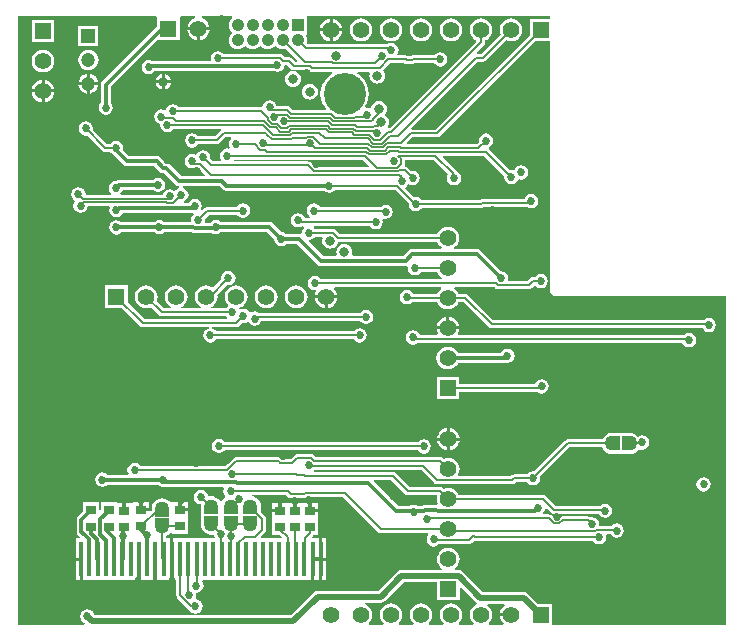
<source format=gbl>
G04 Layer_Physical_Order=2*
G04 Layer_Color=16711680*
%FSLAX25Y25*%
%MOIN*%
G70*
G01*
G75*
%ADD10R,0.03347X0.03150*%
%ADD32C,0.00600*%
%ADD33C,0.01200*%
%ADD34C,0.01400*%
%ADD35C,0.02000*%
%ADD37C,0.14000*%
%ADD38C,0.03300*%
%ADD39C,0.05500*%
%ADD40R,0.05500X0.05500*%
%ADD41C,0.04724*%
%ADD42R,0.04724X0.04724*%
%ADD43R,0.05500X0.05500*%
%ADD44C,0.04100*%
%ADD45R,0.04100X0.04100*%
%ADD46C,0.02700*%
%ADD47C,0.03000*%
%ADD48C,0.05000*%
%ADD49R,0.01575X0.11811*%
%ADD50R,0.05000X0.02500*%
%ADD51R,0.02500X0.05000*%
G36*
X73524Y204305D02*
X73225Y204075D01*
X72736Y203438D01*
X72429Y202696D01*
X72324Y201900D01*
X72429Y201104D01*
X72736Y200362D01*
X73225Y199725D01*
X73322Y199650D01*
Y199150D01*
X73225Y199075D01*
X72736Y198438D01*
X72429Y197696D01*
X72324Y196900D01*
X72429Y196104D01*
X72736Y195362D01*
X73225Y194725D01*
X73862Y194236D01*
X74604Y193929D01*
X75400Y193824D01*
X76196Y193929D01*
X76938Y194236D01*
X77575Y194725D01*
X77650Y194822D01*
X78150D01*
X78225Y194725D01*
X78862Y194236D01*
X79604Y193929D01*
X80400Y193824D01*
X81196Y193929D01*
X81938Y194236D01*
X82575Y194725D01*
X82650Y194822D01*
X83150D01*
X83225Y194725D01*
X83862Y194236D01*
X84604Y193929D01*
X85400Y193824D01*
X86196Y193929D01*
X86938Y194236D01*
X87575Y194725D01*
X87650Y194822D01*
X88150D01*
X88225Y194725D01*
X88862Y194236D01*
X89604Y193929D01*
X90400Y193824D01*
X91196Y193929D01*
X91409Y194017D01*
X95288Y190137D01*
X95097Y189675D01*
X94601D01*
X93439Y190837D01*
X93009Y191125D01*
X92502Y191226D01*
X91152D01*
X90490Y191887D01*
X90060Y192175D01*
X89553Y192276D01*
X70607D01*
X70394Y192594D01*
X69617Y193114D01*
X68700Y193296D01*
X67783Y193114D01*
X67006Y192594D01*
X66486Y191817D01*
X66304Y190900D01*
X66409Y190370D01*
X66092Y189983D01*
X46962D01*
X46617Y190214D01*
X45700Y190396D01*
X44783Y190214D01*
X44006Y189694D01*
X43486Y188917D01*
X43304Y188000D01*
X43486Y187083D01*
X44006Y186306D01*
X44783Y185786D01*
X45700Y185604D01*
X46617Y185786D01*
X47394Y186306D01*
X47535Y186517D01*
X87659D01*
X87704Y186486D01*
X88621Y186304D01*
X89538Y186486D01*
X90315Y187006D01*
X90834Y187783D01*
X90992Y188575D01*
X91953D01*
X93115Y187413D01*
X93545Y187125D01*
X93835Y187068D01*
X93773Y186573D01*
X93642Y186556D01*
X93081Y186482D01*
X92437Y186215D01*
X91883Y185790D01*
X91458Y185236D01*
X91191Y184592D01*
X91100Y183900D01*
X91191Y183208D01*
X91458Y182564D01*
X91883Y182010D01*
X92437Y181585D01*
X93081Y181318D01*
X93773Y181227D01*
X94465Y181318D01*
X95110Y181585D01*
X95663Y182010D01*
X96088Y182564D01*
X96355Y183208D01*
X96446Y183900D01*
X96355Y184592D01*
X96088Y185236D01*
X95663Y185790D01*
X95110Y186215D01*
X94465Y186482D01*
X94268Y186508D01*
X94140Y186524D01*
X94173Y187024D01*
X94326Y187024D01*
X98783D01*
X99145Y186663D01*
X99575Y186375D01*
X100082Y186275D01*
X106693D01*
X106814Y185790D01*
X106534Y185640D01*
X105316Y184640D01*
X104316Y183422D01*
X103573Y182032D01*
X103116Y180524D01*
X102961Y178956D01*
X103116Y177388D01*
X103573Y175880D01*
X104316Y174490D01*
X104655Y174077D01*
X104441Y173626D01*
X93849D01*
X92837Y174637D01*
X92407Y174925D01*
X91900Y175025D01*
X88292D01*
X88214Y175417D01*
X87694Y176194D01*
X86917Y176714D01*
X86000Y176896D01*
X85083Y176714D01*
X84306Y176194D01*
X83786Y175417D01*
X83694Y174952D01*
X83273Y174525D01*
X55741D01*
X55494Y174894D01*
X54717Y175414D01*
X53800Y175596D01*
X52883Y175414D01*
X52106Y174894D01*
X51586Y174117D01*
X51495Y173660D01*
X51034Y173469D01*
X50817Y173614D01*
X49900Y173796D01*
X48983Y173614D01*
X48206Y173094D01*
X47686Y172317D01*
X47504Y171400D01*
X47686Y170483D01*
X48206Y169706D01*
X48983Y169186D01*
X49588Y169066D01*
X49504Y168645D01*
X49686Y167728D01*
X50206Y166951D01*
X50983Y166431D01*
X51900Y166249D01*
X52817Y166431D01*
X53594Y166951D01*
X53841Y167319D01*
X69752D01*
X69903Y166819D01*
X69781Y166737D01*
X67869Y164825D01*
X62141D01*
X61894Y165194D01*
X61117Y165714D01*
X60200Y165896D01*
X59283Y165714D01*
X58506Y165194D01*
X57986Y164417D01*
X57804Y163500D01*
X57986Y162583D01*
X58506Y161806D01*
X59283Y161286D01*
X60200Y161104D01*
X61117Y161286D01*
X61894Y161806D01*
X62141Y162174D01*
X68418D01*
X68925Y162275D01*
X69355Y162563D01*
X71267Y164474D01*
X73074D01*
X73226Y163974D01*
X73106Y163894D01*
X72586Y163117D01*
X72404Y162200D01*
X72586Y161283D01*
X72689Y161129D01*
X72389Y160679D01*
X71800Y160796D01*
X70883Y160614D01*
X70106Y160094D01*
X69586Y159317D01*
X69404Y158400D01*
X69586Y157483D01*
X69892Y157026D01*
X69625Y156526D01*
X67049D01*
X66210Y157365D01*
X66296Y157800D01*
X66114Y158717D01*
X65594Y159494D01*
X64817Y160014D01*
X63900Y160196D01*
X62983Y160014D01*
X62206Y159494D01*
X61802Y158890D01*
X61209Y158685D01*
X61017Y158814D01*
X60100Y158996D01*
X59183Y158814D01*
X58406Y158294D01*
X57886Y157517D01*
X57704Y156600D01*
X57886Y155683D01*
X58406Y154906D01*
X59183Y154386D01*
X60100Y154204D01*
X60878Y154359D01*
X61050Y154324D01*
X62183D01*
X64412Y152095D01*
X64221Y151633D01*
X56618D01*
X52676Y155576D01*
X52113Y155951D01*
X51450Y156083D01*
X51320D01*
X49578Y157826D01*
X49016Y158201D01*
X48352Y158333D01*
X39218D01*
X37172Y160379D01*
X37296Y161000D01*
X37114Y161917D01*
X36594Y162694D01*
X35817Y163214D01*
X34900Y163396D01*
X33983Y163214D01*
X33206Y162694D01*
X32959Y162326D01*
X31749D01*
X27009Y167065D01*
X27096Y167500D01*
X26914Y168417D01*
X26394Y169194D01*
X25617Y169714D01*
X24700Y169896D01*
X23783Y169714D01*
X23006Y169194D01*
X22486Y168417D01*
X22304Y167500D01*
X22486Y166583D01*
X23006Y165806D01*
X23783Y165286D01*
X24700Y165104D01*
X25135Y165190D01*
X30263Y160063D01*
X30693Y159775D01*
X31200Y159675D01*
X32959D01*
X33206Y159306D01*
X33652Y159007D01*
X33674Y158974D01*
X37274Y155374D01*
X37837Y154999D01*
X38500Y154867D01*
X47634D01*
X49377Y153124D01*
X49939Y152749D01*
X50602Y152617D01*
X50732D01*
X54674Y148674D01*
X55237Y148299D01*
X55900Y148167D01*
X55901D01*
X55950Y147667D01*
X55683Y147614D01*
X54906Y147094D01*
X54727Y146827D01*
X54055Y146721D01*
X53617Y147014D01*
X52700Y147196D01*
X51783Y147014D01*
X51006Y146494D01*
X50486Y145717D01*
X50428Y145425D01*
X36426D01*
X36274Y145925D01*
X36394Y146006D01*
X36914Y146783D01*
X36970Y147069D01*
X47064D01*
X47106Y147006D01*
X47883Y146486D01*
X48800Y146304D01*
X49717Y146486D01*
X50494Y147006D01*
X51014Y147783D01*
X51196Y148700D01*
X51014Y149617D01*
X50494Y150394D01*
X49717Y150914D01*
X48800Y151096D01*
X47883Y150914D01*
X47106Y150394D01*
X47064Y150331D01*
X35700D01*
X35076Y150207D01*
X34861Y150064D01*
X34700Y150096D01*
X33783Y149914D01*
X33006Y149394D01*
X32486Y148617D01*
X32304Y147700D01*
X32486Y146783D01*
X33006Y146006D01*
X33126Y145925D01*
X32974Y145425D01*
X24757D01*
X24696Y145500D01*
X24514Y146417D01*
X23994Y147194D01*
X23217Y147714D01*
X22300Y147896D01*
X21383Y147714D01*
X20606Y147194D01*
X20086Y146417D01*
X19904Y145500D01*
X20086Y144583D01*
X20606Y143806D01*
X21280Y143355D01*
X20786Y142617D01*
X20604Y141700D01*
X20786Y140783D01*
X21306Y140006D01*
X22083Y139486D01*
X23000Y139304D01*
X23917Y139486D01*
X24694Y140006D01*
X25214Y140783D01*
X25371Y141575D01*
X32462D01*
X32664Y141197D01*
X32678Y141075D01*
X32504Y140200D01*
X32686Y139283D01*
X33206Y138506D01*
X33983Y137986D01*
X34900Y137804D01*
X35817Y137986D01*
X36594Y138506D01*
X37069Y139217D01*
X60358D01*
X60445Y139234D01*
X60640Y138763D01*
X60388Y138594D01*
X59868Y137817D01*
X59686Y136900D01*
X59722Y136720D01*
X59405Y136333D01*
X50936D01*
X50217Y136814D01*
X49300Y136996D01*
X48383Y136814D01*
X47664Y136333D01*
X36386D01*
X35817Y136714D01*
X34900Y136896D01*
X33983Y136714D01*
X33206Y136194D01*
X32686Y135417D01*
X32504Y134500D01*
X32686Y133583D01*
X33206Y132806D01*
X33983Y132286D01*
X34900Y132104D01*
X35817Y132286D01*
X36594Y132806D01*
X36635Y132867D01*
X47664D01*
X48383Y132386D01*
X49300Y132204D01*
X50217Y132386D01*
X50936Y132867D01*
X59995D01*
X60321Y132649D01*
X60984Y132517D01*
X66888D01*
X67083Y132386D01*
X68000Y132204D01*
X68917Y132386D01*
X69636Y132867D01*
X85182D01*
X87518Y130531D01*
X87686Y129683D01*
X88206Y128906D01*
X88983Y128386D01*
X89900Y128204D01*
X90817Y128386D01*
X91536Y128867D01*
X95138D01*
X101874Y122130D01*
X102437Y121755D01*
X103100Y121623D01*
X131356D01*
X131649Y121681D01*
X132075Y121256D01*
X132004Y120900D01*
X132186Y119983D01*
X132706Y119206D01*
X133483Y118686D01*
X134400Y118504D01*
X135317Y118686D01*
X136094Y119206D01*
X136407Y119675D01*
X141890D01*
X142124Y119109D01*
X142726Y118325D01*
X143509Y117724D01*
X143627Y117675D01*
X143527Y117175D01*
X103091D01*
X102744Y117694D01*
X101967Y118214D01*
X101050Y118396D01*
X100133Y118214D01*
X99356Y117694D01*
X98836Y116917D01*
X98654Y116000D01*
X98836Y115083D01*
X99356Y114306D01*
X100133Y113786D01*
X101050Y113604D01*
X101267Y113647D01*
X101443Y113472D01*
X101587Y113201D01*
X101247Y112379D01*
X101183Y111900D01*
X108616D01*
X108554Y112379D01*
X108176Y113291D01*
X107613Y114024D01*
X107705Y114459D01*
X107727Y114524D01*
X143012D01*
X143182Y114024D01*
X142726Y113674D01*
X142124Y112891D01*
X141890Y112326D01*
X133941D01*
X133494Y112994D01*
X132717Y113514D01*
X131800Y113696D01*
X130883Y113514D01*
X130106Y112994D01*
X129586Y112217D01*
X129404Y111300D01*
X129586Y110383D01*
X130106Y109606D01*
X130883Y109086D01*
X131800Y108904D01*
X132717Y109086D01*
X133494Y109606D01*
X133540Y109675D01*
X141890D01*
X142124Y109109D01*
X142726Y108326D01*
X143509Y107724D01*
X144421Y107346D01*
X145400Y107218D01*
X146379Y107346D01*
X147291Y107724D01*
X148074Y108326D01*
X148676Y109109D01*
X148910Y109675D01*
X150651D01*
X159063Y101263D01*
X159493Y100975D01*
X160000Y100874D01*
X230326D01*
X230706Y100306D01*
X231483Y99786D01*
X232400Y99604D01*
X233317Y99786D01*
X234094Y100306D01*
X234614Y101083D01*
X234796Y102000D01*
X234614Y102917D01*
X234094Y103694D01*
X233317Y104214D01*
X232400Y104396D01*
X231483Y104214D01*
X230706Y103694D01*
X230593Y103525D01*
X160549D01*
X152137Y111937D01*
X151707Y112225D01*
X151200Y112326D01*
X148910D01*
X148676Y112891D01*
X148074Y113674D01*
X147618Y114024D01*
X147788Y114524D01*
X160983D01*
X161195Y114313D01*
X161625Y114025D01*
X162132Y113925D01*
X172450D01*
X172957Y114025D01*
X173387Y114313D01*
X174072Y114997D01*
X174706Y114948D01*
X175483Y114429D01*
X176400Y114246D01*
X177317Y114429D01*
X178094Y114948D01*
X178614Y115726D01*
X178796Y116642D01*
X178614Y117559D01*
X178094Y118337D01*
X177317Y118856D01*
X176400Y119039D01*
X175483Y118856D01*
X174706Y118337D01*
X174459Y117968D01*
X173843D01*
X173335Y117867D01*
X172905Y117580D01*
X171901Y116576D01*
X165822D01*
X165412Y117076D01*
X165496Y117500D01*
X165314Y118417D01*
X164794Y119194D01*
X164017Y119714D01*
X163169Y119882D01*
X156226Y126826D01*
X155663Y127201D01*
X155000Y127333D01*
X147603D01*
X147433Y127833D01*
X148074Y128325D01*
X148676Y129109D01*
X149054Y130021D01*
X149182Y131000D01*
X149054Y131979D01*
X148676Y132891D01*
X148074Y133675D01*
X147291Y134276D01*
X146379Y134653D01*
X145400Y134782D01*
X144421Y134653D01*
X143509Y134276D01*
X142726Y133675D01*
X142124Y132891D01*
X141890Y132325D01*
X109455D01*
X108194Y133587D01*
X107764Y133875D01*
X107256Y133976D01*
X101074D01*
X100807Y134374D01*
X100850Y134589D01*
X100937Y134874D01*
X119459D01*
X119706Y134506D01*
X120483Y133986D01*
X121400Y133804D01*
X122317Y133986D01*
X123094Y134506D01*
X123614Y135283D01*
X123796Y136200D01*
X123630Y137033D01*
X123831Y137302D01*
X123996Y137444D01*
X124700Y137304D01*
X125617Y137486D01*
X126394Y138006D01*
X126914Y138783D01*
X127096Y139700D01*
X126914Y140617D01*
X126394Y141394D01*
X125617Y141914D01*
X124700Y142096D01*
X123783Y141914D01*
X123052Y141426D01*
X102641D01*
X102394Y141794D01*
X101617Y142314D01*
X100700Y142496D01*
X99783Y142314D01*
X99006Y141794D01*
X98486Y141017D01*
X98304Y140100D01*
X98486Y139183D01*
X99006Y138406D01*
X99575Y138025D01*
X99423Y137525D01*
X97772D01*
X97714Y137817D01*
X97194Y138594D01*
X96417Y139114D01*
X95500Y139296D01*
X94583Y139114D01*
X93806Y138594D01*
X93286Y137817D01*
X93104Y136900D01*
X93286Y135983D01*
X93806Y135206D01*
X94583Y134686D01*
X95500Y134504D01*
X96417Y134686D01*
X96699Y134874D01*
X97263D01*
X97350Y134589D01*
X97393Y134374D01*
X96886Y133617D01*
X96704Y132700D01*
X96719Y132623D01*
X96284Y132248D01*
X95856Y132333D01*
X91536D01*
X90817Y132814D01*
X89969Y132982D01*
X87126Y135826D01*
X86563Y136201D01*
X85900Y136333D01*
X69636D01*
X68917Y136814D01*
X68000Y136996D01*
X67083Y136814D01*
X66306Y136294D01*
X66098Y135983D01*
X64690D01*
X64373Y136370D01*
X64478Y136900D01*
X64391Y137335D01*
X65831Y138775D01*
X75259D01*
X75506Y138406D01*
X76283Y137886D01*
X77200Y137704D01*
X78117Y137886D01*
X78894Y138406D01*
X79414Y139183D01*
X79596Y140100D01*
X79414Y141017D01*
X78894Y141794D01*
X78117Y142314D01*
X77200Y142496D01*
X76283Y142314D01*
X75506Y141794D01*
X75259Y141426D01*
X65282D01*
X64775Y141325D01*
X64345Y141037D01*
X63541Y140234D01*
X63153Y140552D01*
X63277Y140738D01*
X63459Y141655D01*
X63277Y142572D01*
X62758Y143350D01*
X61980Y143869D01*
X61063Y144051D01*
X60146Y143869D01*
X59369Y143350D01*
X58924Y142683D01*
X57551D01*
X57502Y143183D01*
X57517Y143186D01*
X58294Y143706D01*
X58814Y144483D01*
X58996Y145400D01*
X58814Y146317D01*
X58294Y147094D01*
X57517Y147614D01*
X57250Y147667D01*
X57300Y148167D01*
X69382D01*
X70374Y147174D01*
X70937Y146799D01*
X71600Y146667D01*
X104264D01*
X104983Y146186D01*
X105900Y146004D01*
X106817Y146186D01*
X107594Y146706D01*
X107841Y147074D01*
X127781D01*
X132346Y142510D01*
X132304Y142300D01*
X132486Y141383D01*
X133006Y140606D01*
X133783Y140086D01*
X134700Y139904D01*
X135617Y140086D01*
X136394Y140606D01*
X136641Y140974D01*
X156400D01*
X156907Y141075D01*
X157130Y141225D01*
X172076D01*
X172283Y141086D01*
X173200Y140904D01*
X174117Y141086D01*
X174894Y141606D01*
X175414Y142383D01*
X175596Y143300D01*
X175414Y144217D01*
X174894Y144994D01*
X174117Y145514D01*
X173200Y145696D01*
X172283Y145514D01*
X171506Y144994D01*
X170986Y144217D01*
X170918Y143876D01*
X156650D01*
X156143Y143775D01*
X155920Y143625D01*
X136641D01*
X136394Y143994D01*
X135617Y144514D01*
X134700Y144696D01*
X134040Y144565D01*
X131271Y147333D01*
X131334Y147977D01*
X131694Y148217D01*
X132214Y148995D01*
X132293Y149028D01*
X132783Y148700D01*
X133700Y148518D01*
X134617Y148700D01*
X135394Y149219D01*
X135914Y149997D01*
X136096Y150914D01*
X135914Y151831D01*
X135394Y152608D01*
X134617Y153127D01*
X133700Y153310D01*
X133265Y153223D01*
X132045Y154443D01*
X131615Y154730D01*
X131294Y154794D01*
X131043Y155127D01*
X130997Y155331D01*
X131076Y155724D01*
Y157124D01*
X140751D01*
X145556Y152320D01*
X145286Y151917D01*
X145104Y151000D01*
X145286Y150083D01*
X145806Y149306D01*
X146583Y148786D01*
X147500Y148604D01*
X148417Y148786D01*
X149194Y149306D01*
X149714Y150083D01*
X149896Y151000D01*
X149714Y151917D01*
X149194Y152694D01*
X148417Y153214D01*
X148409Y153215D01*
X143662Y157963D01*
X143853Y158424D01*
X157501D01*
X164290Y151635D01*
X164204Y151200D01*
X164386Y150283D01*
X164906Y149506D01*
X165683Y148986D01*
X166600Y148804D01*
X167517Y148986D01*
X168294Y149506D01*
X168723Y150147D01*
X168814Y150283D01*
X169365Y150490D01*
X169800Y150404D01*
X170717Y150586D01*
X171494Y151106D01*
X172014Y151883D01*
X172196Y152800D01*
X172014Y153717D01*
X171494Y154494D01*
X170717Y155014D01*
X169800Y155196D01*
X168883Y155014D01*
X168106Y154494D01*
X167677Y153853D01*
X167586Y153717D01*
X167035Y153509D01*
X166600Y153596D01*
X166165Y153509D01*
X158987Y160687D01*
X158987Y160687D01*
X159004Y160975D01*
X159066Y161236D01*
X159794Y161723D01*
X160314Y162500D01*
X160496Y163417D01*
X160314Y164334D01*
X159794Y165111D01*
X159017Y165631D01*
X158100Y165813D01*
X157183Y165631D01*
X156406Y165111D01*
X155886Y164334D01*
X155704Y163417D01*
X155790Y162982D01*
X155084Y162276D01*
X131997D01*
X131806Y162737D01*
X133543Y164474D01*
X141950D01*
X142457Y164575D01*
X142887Y164863D01*
X174625Y196600D01*
X179461D01*
Y113600D01*
X179616Y112820D01*
X180058Y112158D01*
X180720Y111716D01*
X181500Y111561D01*
X238061D01*
Y2039D01*
X180250D01*
Y9100D01*
X175634D01*
X172292Y12442D01*
X171630Y12884D01*
X170850Y13039D01*
X157107D01*
X150455Y19692D01*
X149793Y20134D01*
X149013Y20289D01*
X147876D01*
X147706Y20789D01*
X148275Y21226D01*
X148876Y22009D01*
X149253Y22921D01*
X149382Y23900D01*
X149253Y24879D01*
X148876Y25791D01*
X148275Y26575D01*
X147491Y27176D01*
X146579Y27553D01*
X145600Y27682D01*
X144621Y27553D01*
X143709Y27176D01*
X142926Y26575D01*
X142324Y25791D01*
X141946Y24879D01*
X141818Y23900D01*
X141946Y22921D01*
X142324Y22009D01*
X142926Y21226D01*
X143494Y20789D01*
X143324Y20289D01*
X129950D01*
X129170Y20134D01*
X128508Y19692D01*
X122255Y13439D01*
X102100D01*
X101320Y13284D01*
X100658Y12842D01*
X93055Y5239D01*
X27745D01*
X27575Y5409D01*
X27514Y5717D01*
X26994Y6494D01*
X26217Y7014D01*
X25300Y7196D01*
X24383Y7014D01*
X23606Y6494D01*
X23086Y5717D01*
X22904Y4800D01*
X23086Y3883D01*
X23606Y3106D01*
X24383Y2586D01*
X24396Y2539D01*
X24013Y2039D01*
X2039D01*
Y204805D01*
X48200D01*
X48550Y204450D01*
X48550Y204305D01*
Y201574D01*
X30246Y183271D01*
X29893Y182741D01*
X29769Y182117D01*
Y176183D01*
X29706Y176141D01*
X29186Y175364D01*
X29004Y174447D01*
X29186Y173530D01*
X29706Y172752D01*
X30483Y172233D01*
X31400Y172051D01*
X32317Y172233D01*
X33094Y172752D01*
X33614Y173530D01*
X33796Y174447D01*
X33614Y175364D01*
X33094Y176141D01*
X33031Y176183D01*
Y181441D01*
X48214Y196624D01*
X48550Y196950D01*
Y196950D01*
X48550Y196950D01*
X56050D01*
Y204305D01*
X56050Y204450D01*
X56400Y204805D01*
X61104D01*
X61204Y204305D01*
X60409Y203976D01*
X59626Y203375D01*
X59024Y202591D01*
X58647Y201679D01*
X58583Y201200D01*
X62300D01*
X66017D01*
X65953Y201679D01*
X65576Y202591D01*
X64974Y203375D01*
X64191Y203976D01*
X63396Y204305D01*
X63496Y204805D01*
X73354D01*
X73524Y204305D01*
D02*
G37*
G36*
X179461Y204100D02*
X172750D01*
Y198475D01*
X141401Y167125D01*
X133507D01*
X133300Y167625D01*
X155399Y189725D01*
X157200D01*
X157707Y189825D01*
X158137Y190113D01*
X164955Y196931D01*
X165521Y196696D01*
X166500Y196568D01*
X167479Y196696D01*
X168391Y197074D01*
X169175Y197676D01*
X169776Y198459D01*
X170153Y199371D01*
X170282Y200350D01*
X170153Y201329D01*
X169776Y202241D01*
X169175Y203025D01*
X168391Y203626D01*
X167479Y204004D01*
X166500Y204132D01*
X165521Y204004D01*
X164609Y203626D01*
X163826Y203025D01*
X163224Y202241D01*
X162847Y201329D01*
X162718Y200350D01*
X162847Y199371D01*
X163081Y198805D01*
X156651Y192376D01*
X155257D01*
X155050Y192876D01*
X157437Y195263D01*
X157725Y195693D01*
X157826Y196200D01*
Y196840D01*
X158391Y197074D01*
X159175Y197676D01*
X159776Y198459D01*
X160153Y199371D01*
X160282Y200350D01*
X160153Y201329D01*
X159776Y202241D01*
X159175Y203025D01*
X158391Y203626D01*
X157479Y204004D01*
X156500Y204132D01*
X155521Y204004D01*
X154609Y203626D01*
X153825Y203025D01*
X153224Y202241D01*
X152847Y201329D01*
X152718Y200350D01*
X152847Y199371D01*
X153224Y198459D01*
X153825Y197676D01*
X154609Y197074D01*
X154739Y197020D01*
X154856Y196431D01*
X126094Y167669D01*
X125585Y167701D01*
X125382Y168121D01*
X125415Y168164D01*
X125682Y168808D01*
X125773Y169500D01*
X125682Y170192D01*
X125415Y170836D01*
X124990Y171390D01*
X124702Y171611D01*
X124468Y171899D01*
X124611Y172283D01*
X124815Y172549D01*
X125082Y173193D01*
X125173Y173885D01*
X125082Y174577D01*
X124815Y175221D01*
X124390Y175775D01*
X123836Y176200D01*
X123192Y176467D01*
X122500Y176558D01*
X121808Y176467D01*
X121164Y176200D01*
X120610Y175775D01*
X120185Y175221D01*
X119918Y174577D01*
X119908Y174496D01*
X119524Y174323D01*
X119380Y174321D01*
X118500Y174496D01*
X118225Y174441D01*
X117895Y174886D01*
X118427Y175880D01*
X118884Y177388D01*
X119039Y178956D01*
X118884Y180524D01*
X118427Y182032D01*
X117684Y183422D01*
X116684Y184640D01*
X115466Y185640D01*
X115186Y185790D01*
X115307Y186275D01*
X119010D01*
X119320Y185879D01*
X119316Y185775D01*
X119227Y185100D01*
X119318Y184408D01*
X119585Y183764D01*
X120010Y183210D01*
X120564Y182785D01*
X121208Y182518D01*
X121900Y182427D01*
X122592Y182518D01*
X123236Y182785D01*
X123790Y183210D01*
X124215Y183764D01*
X124482Y184408D01*
X124573Y185100D01*
X124482Y185792D01*
X124215Y186436D01*
X123858Y186901D01*
X126131Y189174D01*
X130912D01*
X131161Y189008D01*
X131668Y188908D01*
X133532D01*
X134039Y189008D01*
X134288Y189174D01*
X140959D01*
X141206Y188806D01*
X141983Y188286D01*
X142900Y188104D01*
X143817Y188286D01*
X144594Y188806D01*
X145114Y189583D01*
X145296Y190500D01*
X145114Y191417D01*
X144594Y192194D01*
X143817Y192714D01*
X142900Y192896D01*
X141983Y192714D01*
X141206Y192194D01*
X140959Y191825D01*
X133799D01*
X133292Y191725D01*
X133043Y191559D01*
X132157D01*
X131908Y191725D01*
X131401Y191825D01*
X128775D01*
X128508Y192325D01*
X128814Y192783D01*
X128996Y193700D01*
X128814Y194617D01*
X128294Y195394D01*
X127517Y195914D01*
X126995Y196018D01*
X126600Y196096D01*
X126558Y196575D01*
X127479Y196696D01*
X128391Y197074D01*
X129174Y197676D01*
X129776Y198459D01*
X130154Y199371D01*
X130282Y200350D01*
X130154Y201329D01*
X129776Y202241D01*
X129174Y203025D01*
X128391Y203626D01*
X127479Y204004D01*
X126500Y204132D01*
X125521Y204004D01*
X124609Y203626D01*
X123826Y203025D01*
X123224Y202241D01*
X122846Y201329D01*
X122718Y200350D01*
X122846Y199371D01*
X123224Y198459D01*
X123826Y197676D01*
X124609Y197074D01*
X125521Y196696D01*
X126089Y196622D01*
X126500Y196568D01*
X126528Y196082D01*
X125683Y195914D01*
X125177Y195575D01*
X98621D01*
X98310Y195956D01*
X98371Y196104D01*
X98476Y196900D01*
X98371Y197696D01*
X98101Y198350D01*
X98306Y198850D01*
X98450D01*
Y204805D01*
X179461D01*
Y204100D01*
D02*
G37*
G36*
X119265Y154993D02*
X119074Y154531D01*
X101317D01*
X99711Y156137D01*
X99281Y156425D01*
X98774Y156526D01*
X74446D01*
X74163Y157026D01*
X74222Y157124D01*
X117134D01*
X119265Y154993D01*
D02*
G37*
G36*
X103667Y130909D02*
X103618Y130792D01*
X103527Y130100D01*
X103618Y129408D01*
X103885Y128764D01*
X104310Y128210D01*
X104864Y127785D01*
X105508Y127518D01*
X106200Y127427D01*
X106892Y127518D01*
X107536Y127785D01*
X108090Y128210D01*
X108515Y128764D01*
X108782Y129408D01*
X108808Y129604D01*
X108906Y129674D01*
X141890D01*
X142124Y129109D01*
X142726Y128325D01*
X143367Y127833D01*
X143197Y127333D01*
X133600D01*
X132937Y127201D01*
X132374Y126826D01*
X130638Y125089D01*
X113675D01*
X113398Y125505D01*
X113482Y125708D01*
X113573Y126400D01*
X113482Y127092D01*
X113215Y127736D01*
X112790Y128290D01*
X112236Y128715D01*
X111592Y128982D01*
X110900Y129073D01*
X110208Y128982D01*
X109564Y128715D01*
X109010Y128290D01*
X108585Y127736D01*
X108318Y127092D01*
X108227Y126400D01*
X108318Y125708D01*
X108402Y125505D01*
X108125Y125089D01*
X103818D01*
X99068Y129839D01*
X99275Y130339D01*
X100017Y130486D01*
X100794Y131006D01*
X101007Y131325D01*
X103389D01*
X103667Y130909D01*
D02*
G37*
G36*
X164394Y8461D02*
X163826Y8025D01*
X163224Y7241D01*
X162847Y6329D01*
X162784Y5850D01*
X166500D01*
Y4850D01*
X162784D01*
X162847Y4371D01*
X163224Y3459D01*
X163826Y2675D01*
X164003Y2539D01*
X163833Y2039D01*
X159167D01*
X158997Y2539D01*
X159175Y2675D01*
X159776Y3459D01*
X160153Y4371D01*
X160282Y5350D01*
X160153Y6329D01*
X159776Y7241D01*
X159175Y8025D01*
X158606Y8461D01*
X158776Y8961D01*
X164224D01*
X164394Y8461D01*
D02*
G37*
G36*
X141850Y10150D02*
X149350D01*
Y14376D01*
X149812Y14567D01*
X154821Y9558D01*
X155101Y9371D01*
X155046Y8806D01*
X154609Y8626D01*
X153825Y8025D01*
X153224Y7241D01*
X152847Y6329D01*
X152718Y5350D01*
X152847Y4371D01*
X153224Y3459D01*
X153825Y2675D01*
X154003Y2539D01*
X153833Y2039D01*
X149167D01*
X148997Y2539D01*
X149174Y2675D01*
X149776Y3459D01*
X150154Y4371D01*
X150282Y5350D01*
X150154Y6329D01*
X149776Y7241D01*
X149174Y8025D01*
X148391Y8626D01*
X147479Y9003D01*
X146500Y9132D01*
X145521Y9003D01*
X144609Y8626D01*
X143825Y8025D01*
X143224Y7241D01*
X142847Y6329D01*
X142718Y5350D01*
X142847Y4371D01*
X143224Y3459D01*
X143825Y2675D01*
X144003Y2539D01*
X143833Y2039D01*
X139167D01*
X138997Y2539D01*
X139174Y2675D01*
X139776Y3459D01*
X140154Y4371D01*
X140282Y5350D01*
X140154Y6329D01*
X139776Y7241D01*
X139174Y8025D01*
X138391Y8626D01*
X137479Y9003D01*
X136500Y9132D01*
X135521Y9003D01*
X134609Y8626D01*
X133826Y8025D01*
X133224Y7241D01*
X132846Y6329D01*
X132718Y5350D01*
X132846Y4371D01*
X133224Y3459D01*
X133826Y2675D01*
X134003Y2539D01*
X133833Y2039D01*
X129167D01*
X128997Y2539D01*
X129174Y2675D01*
X129776Y3459D01*
X130154Y4371D01*
X130282Y5350D01*
X130154Y6329D01*
X129776Y7241D01*
X129174Y8025D01*
X128391Y8626D01*
X127479Y9003D01*
X126500Y9132D01*
X125521Y9003D01*
X124609Y8626D01*
X123826Y8025D01*
X123224Y7241D01*
X122846Y6329D01*
X122718Y5350D01*
X122846Y4371D01*
X123224Y3459D01*
X123826Y2675D01*
X124003Y2539D01*
X123833Y2039D01*
X119167D01*
X118997Y2539D01*
X119175Y2675D01*
X119776Y3459D01*
X120153Y4371D01*
X120282Y5350D01*
X120153Y6329D01*
X119776Y7241D01*
X119175Y8025D01*
X118391Y8626D01*
X117823Y8861D01*
X117923Y9361D01*
X123100D01*
X123880Y9516D01*
X124542Y9958D01*
X130795Y16211D01*
X141850D01*
Y10150D01*
D02*
G37*
%LPC*%
G36*
X66017Y200200D02*
X62800D01*
Y196984D01*
X63279Y197046D01*
X64191Y197424D01*
X64974Y198026D01*
X65576Y198809D01*
X65953Y199721D01*
X66017Y200200D01*
D02*
G37*
G36*
X61800D02*
X58583D01*
X58647Y199721D01*
X59024Y198809D01*
X59626Y198026D01*
X60409Y197424D01*
X61321Y197046D01*
X61800Y196984D01*
Y200200D01*
D02*
G37*
G36*
X14250Y203750D02*
X6750D01*
Y196250D01*
X14250D01*
Y203750D01*
D02*
G37*
G36*
X28962Y201536D02*
X22238D01*
Y194812D01*
X28962D01*
Y201536D01*
D02*
G37*
G36*
X25600Y193691D02*
X24722Y193576D01*
X23904Y193237D01*
X23202Y192698D01*
X22663Y191996D01*
X22324Y191178D01*
X22209Y190300D01*
X22324Y189422D01*
X22663Y188604D01*
X23202Y187902D01*
X23904Y187363D01*
X24722Y187024D01*
X25600Y186909D01*
X26478Y187024D01*
X27296Y187363D01*
X27998Y187902D01*
X28537Y188604D01*
X28876Y189422D01*
X28991Y190300D01*
X28876Y191178D01*
X28537Y191996D01*
X27998Y192698D01*
X27296Y193237D01*
X26478Y193576D01*
X25600Y193691D01*
D02*
G37*
G36*
X10500Y193782D02*
X9521Y193654D01*
X8609Y193276D01*
X7825Y192675D01*
X7224Y191891D01*
X6847Y190979D01*
X6718Y190000D01*
X6847Y189021D01*
X7224Y188109D01*
X7825Y187326D01*
X8609Y186724D01*
X9521Y186346D01*
X10500Y186218D01*
X11479Y186346D01*
X12391Y186724D01*
X13174Y187326D01*
X13776Y188109D01*
X14153Y189021D01*
X14282Y190000D01*
X14153Y190979D01*
X13776Y191891D01*
X13174Y192675D01*
X12391Y193276D01*
X11479Y193654D01*
X10500Y193782D01*
D02*
G37*
G36*
X51102Y185707D02*
Y183600D01*
X53209D01*
X53184Y183792D01*
X52917Y184436D01*
X52492Y184990D01*
X51939Y185415D01*
X51294Y185682D01*
X51102Y185707D01*
D02*
G37*
G36*
X50102Y185707D02*
X49911Y185682D01*
X49266Y185415D01*
X48712Y184990D01*
X48288Y184436D01*
X48020Y183792D01*
X47995Y183600D01*
X50102D01*
Y185707D01*
D02*
G37*
G36*
X26100Y185751D02*
Y182926D01*
X28925D01*
X28876Y183304D01*
X28537Y184122D01*
X27998Y184824D01*
X27296Y185363D01*
X26478Y185702D01*
X26100Y185751D01*
D02*
G37*
G36*
X25100D02*
X24722Y185702D01*
X23904Y185363D01*
X23202Y184824D01*
X22663Y184122D01*
X22324Y183304D01*
X22275Y182926D01*
X25100D01*
Y185751D01*
D02*
G37*
G36*
X11000Y183716D02*
Y180500D01*
X14217D01*
X14153Y180979D01*
X13776Y181891D01*
X13174Y182675D01*
X12391Y183276D01*
X11479Y183653D01*
X11000Y183716D01*
D02*
G37*
G36*
X10000D02*
X9521Y183653D01*
X8609Y183276D01*
X7825Y182675D01*
X7224Y181891D01*
X6847Y180979D01*
X6784Y180500D01*
X10000D01*
Y183716D01*
D02*
G37*
G36*
X50102Y182600D02*
X47995D01*
X48020Y182408D01*
X48288Y181764D01*
X48712Y181210D01*
X49266Y180785D01*
X49911Y180518D01*
X50102Y180493D01*
Y182600D01*
D02*
G37*
G36*
X53209D02*
X51102D01*
Y180493D01*
X51294Y180518D01*
X51939Y180785D01*
X52492Y181210D01*
X52917Y181764D01*
X53184Y182408D01*
X53209Y182600D01*
D02*
G37*
G36*
X28925Y181926D02*
X26100D01*
Y179101D01*
X26478Y179150D01*
X27296Y179489D01*
X27998Y180028D01*
X28537Y180730D01*
X28876Y181548D01*
X28925Y181926D01*
D02*
G37*
G36*
X25100D02*
X22275D01*
X22324Y181548D01*
X22663Y180730D01*
X23202Y180028D01*
X23904Y179489D01*
X24722Y179150D01*
X25100Y179101D01*
Y181926D01*
D02*
G37*
G36*
X99400Y182441D02*
X98708Y182350D01*
X98064Y182083D01*
X97510Y181658D01*
X97085Y181105D01*
X96818Y180460D01*
X96727Y179768D01*
X96818Y179076D01*
X97085Y178432D01*
X97510Y177878D01*
X98064Y177453D01*
X98708Y177186D01*
X99400Y177095D01*
X100092Y177186D01*
X100736Y177453D01*
X101290Y177878D01*
X101715Y178432D01*
X101982Y179076D01*
X102073Y179768D01*
X101982Y180460D01*
X101715Y181105D01*
X101290Y181658D01*
X100736Y182083D01*
X100092Y182350D01*
X99400Y182441D01*
D02*
G37*
G36*
X14217Y179500D02*
X11000D01*
Y176284D01*
X11479Y176347D01*
X12391Y176724D01*
X13174Y177325D01*
X13776Y178109D01*
X14153Y179021D01*
X14217Y179500D01*
D02*
G37*
G36*
X10000D02*
X6784D01*
X6847Y179021D01*
X7224Y178109D01*
X7825Y177325D01*
X8609Y176724D01*
X9521Y176347D01*
X10000Y176284D01*
Y179500D01*
D02*
G37*
G36*
X72275Y119996D02*
X71358Y119814D01*
X70581Y119294D01*
X70061Y118517D01*
X69879Y117600D01*
X69965Y117165D01*
X67179Y114378D01*
X66791Y114676D01*
X65879Y115053D01*
X64900Y115182D01*
X63921Y115053D01*
X63009Y114676D01*
X62226Y114075D01*
X61624Y113291D01*
X61247Y112379D01*
X61118Y111400D01*
X61247Y110421D01*
X61624Y109509D01*
X62226Y108726D01*
X63009Y108124D01*
X63248Y108026D01*
X63148Y107526D01*
X56652D01*
X56552Y108026D01*
X56791Y108124D01*
X57574Y108726D01*
X58176Y109509D01*
X58553Y110421D01*
X58682Y111400D01*
X58553Y112379D01*
X58176Y113291D01*
X57574Y114075D01*
X56791Y114676D01*
X55879Y115053D01*
X54900Y115182D01*
X53921Y115053D01*
X53009Y114676D01*
X52226Y114075D01*
X51624Y113291D01*
X51247Y112379D01*
X51118Y111400D01*
X51247Y110421D01*
X51624Y109509D01*
X52226Y108726D01*
X53009Y108124D01*
X53248Y108026D01*
X53148Y107526D01*
X50649D01*
X48319Y109855D01*
X48553Y110421D01*
X48682Y111400D01*
X48553Y112379D01*
X48176Y113291D01*
X47574Y114075D01*
X46791Y114676D01*
X45879Y115053D01*
X44900Y115182D01*
X43921Y115053D01*
X43009Y114676D01*
X42226Y114075D01*
X41624Y113291D01*
X41247Y112379D01*
X41118Y111400D01*
X41247Y110421D01*
X41624Y109509D01*
X42226Y108726D01*
X43009Y108124D01*
X43921Y107747D01*
X44900Y107618D01*
X45879Y107747D01*
X46445Y107981D01*
X49163Y105263D01*
X49593Y104975D01*
X50100Y104875D01*
X71559D01*
X71806Y104506D01*
X71926Y104426D01*
X71774Y103926D01*
X44249D01*
X38650Y109525D01*
Y115150D01*
X31150D01*
Y107650D01*
X36775D01*
X42763Y101663D01*
X43193Y101375D01*
X43700Y101275D01*
X65640D01*
X65689Y100775D01*
X65383Y100714D01*
X64606Y100194D01*
X64086Y99417D01*
X63904Y98500D01*
X64086Y97583D01*
X64606Y96806D01*
X65383Y96286D01*
X66300Y96104D01*
X67217Y96286D01*
X67994Y96806D01*
X68241Y97175D01*
X114059D01*
X114306Y96806D01*
X115083Y96286D01*
X116000Y96104D01*
X116917Y96286D01*
X117694Y96806D01*
X118214Y97583D01*
X118396Y98500D01*
X118214Y99417D01*
X117694Y100194D01*
X116917Y100714D01*
X116000Y100896D01*
X115083Y100714D01*
X114306Y100194D01*
X114059Y99826D01*
X68241D01*
X67994Y100194D01*
X67217Y100714D01*
X66911Y100775D01*
X66960Y101275D01*
X74900D01*
X75407Y101375D01*
X75837Y101663D01*
X76865Y102690D01*
X77300Y102604D01*
X78217Y102786D01*
X78794Y103172D01*
X79306Y102406D01*
X80083Y101886D01*
X81000Y101704D01*
X81917Y101886D01*
X82694Y102406D01*
X83214Y103183D01*
X83252Y103375D01*
X116159D01*
X116406Y103006D01*
X117183Y102486D01*
X118100Y102304D01*
X119017Y102486D01*
X119794Y103006D01*
X120314Y103783D01*
X120496Y104700D01*
X120314Y105617D01*
X119794Y106394D01*
X119017Y106914D01*
X118100Y107096D01*
X117183Y106914D01*
X116406Y106394D01*
X116159Y106026D01*
X82348D01*
X81917Y106314D01*
X81000Y106496D01*
X80083Y106314D01*
X79506Y105928D01*
X78994Y106694D01*
X78217Y107214D01*
X77300Y107396D01*
X76383Y107214D01*
X76381Y107212D01*
X75892Y107353D01*
X76124Y107848D01*
X76791Y108124D01*
X77574Y108726D01*
X78176Y109509D01*
X78553Y110421D01*
X78682Y111400D01*
X78553Y112379D01*
X78176Y113291D01*
X77574Y114075D01*
X76791Y114676D01*
X75879Y115053D01*
X74900Y115182D01*
X73921Y115053D01*
X73009Y114676D01*
X72225Y114075D01*
X71624Y113291D01*
X71246Y112379D01*
X71118Y111400D01*
X71246Y110421D01*
X71624Y109509D01*
X72200Y108759D01*
X72224Y108706D01*
X72170Y108138D01*
X71806Y107894D01*
X71559Y107526D01*
X66652D01*
X66552Y108026D01*
X66791Y108124D01*
X67575Y108726D01*
X68176Y109509D01*
X68554Y110421D01*
X68682Y111400D01*
X68597Y112048D01*
X71840Y115290D01*
X72275Y115204D01*
X73192Y115386D01*
X73969Y115906D01*
X74488Y116683D01*
X74671Y117600D01*
X74488Y118517D01*
X73969Y119294D01*
X73192Y119814D01*
X72275Y119996D01*
D02*
G37*
G36*
X108616Y110900D02*
X105400D01*
Y107684D01*
X105879Y107747D01*
X106791Y108124D01*
X107574Y108726D01*
X108176Y109509D01*
X108554Y110421D01*
X108616Y110900D01*
D02*
G37*
G36*
X104400D02*
X101183D01*
X101247Y110421D01*
X101624Y109509D01*
X102225Y108726D01*
X103009Y108124D01*
X103921Y107747D01*
X104400Y107684D01*
Y110900D01*
D02*
G37*
G36*
X94900Y115182D02*
X93921Y115053D01*
X93009Y114676D01*
X92225Y114075D01*
X91624Y113291D01*
X91246Y112379D01*
X91118Y111400D01*
X91246Y110421D01*
X91624Y109509D01*
X92225Y108726D01*
X93009Y108124D01*
X93921Y107747D01*
X94900Y107618D01*
X95879Y107747D01*
X96791Y108124D01*
X97575Y108726D01*
X98176Y109509D01*
X98554Y110421D01*
X98682Y111400D01*
X98554Y112379D01*
X98176Y113291D01*
X97575Y114075D01*
X96791Y114676D01*
X95879Y115053D01*
X94900Y115182D01*
D02*
G37*
G36*
X84900D02*
X83921Y115053D01*
X83009Y114676D01*
X82226Y114075D01*
X81624Y113291D01*
X81247Y112379D01*
X81118Y111400D01*
X81247Y110421D01*
X81624Y109509D01*
X82226Y108726D01*
X83009Y108124D01*
X83921Y107747D01*
X84900Y107618D01*
X85879Y107747D01*
X86791Y108124D01*
X87574Y108726D01*
X88176Y109509D01*
X88554Y110421D01*
X88682Y111400D01*
X88554Y112379D01*
X88176Y113291D01*
X87574Y114075D01*
X86791Y114676D01*
X85879Y115053D01*
X84900Y115182D01*
D02*
G37*
G36*
X145900Y104717D02*
Y101500D01*
X149117D01*
X149054Y101979D01*
X148676Y102891D01*
X148074Y103674D01*
X147291Y104276D01*
X146379Y104654D01*
X145900Y104717D01*
D02*
G37*
G36*
X144900D02*
X144421Y104654D01*
X143509Y104276D01*
X142726Y103674D01*
X142124Y102891D01*
X141746Y101979D01*
X141683Y101500D01*
X144900D01*
Y104717D01*
D02*
G37*
G36*
X149117Y100500D02*
X145400D01*
X141683D01*
X141746Y100021D01*
X142097Y99176D01*
X141904Y98676D01*
X136021D01*
X136013Y98717D01*
X135493Y99494D01*
X134716Y100014D01*
X133799Y100196D01*
X132882Y100014D01*
X132105Y99494D01*
X131585Y98717D01*
X131403Y97800D01*
X131585Y96883D01*
X132105Y96106D01*
X132882Y95586D01*
X133799Y95404D01*
X134716Y95586D01*
X135372Y96025D01*
X223625D01*
X224106Y95306D01*
X224883Y94786D01*
X225800Y94604D01*
X226717Y94786D01*
X227494Y95306D01*
X228014Y96083D01*
X228196Y97000D01*
X228014Y97917D01*
X227494Y98694D01*
X226717Y99214D01*
X225800Y99396D01*
X224883Y99214D01*
X224106Y98694D01*
X224093Y98676D01*
X148896D01*
X148703Y99176D01*
X149054Y100021D01*
X149117Y100500D01*
D02*
G37*
G36*
X145400Y94782D02*
X144421Y94653D01*
X143509Y94276D01*
X142726Y93674D01*
X142124Y92891D01*
X141746Y91979D01*
X141618Y91000D01*
X141746Y90021D01*
X142124Y89109D01*
X142726Y88326D01*
X143509Y87724D01*
X144421Y87347D01*
X145400Y87218D01*
X146379Y87347D01*
X147291Y87724D01*
X148074Y88326D01*
X148676Y89109D01*
X148783Y89369D01*
X164600D01*
X164787Y89406D01*
X165300Y89304D01*
X166217Y89486D01*
X166994Y90006D01*
X167514Y90783D01*
X167696Y91700D01*
X167514Y92617D01*
X166994Y93394D01*
X166217Y93914D01*
X165300Y94096D01*
X164383Y93914D01*
X163606Y93394D01*
X163096Y92631D01*
X148783D01*
X148676Y92891D01*
X148074Y93674D01*
X147291Y94276D01*
X146379Y94653D01*
X145400Y94782D01*
D02*
G37*
G36*
X149150Y84750D02*
X141650D01*
Y77250D01*
X149150D01*
Y79675D01*
X175202D01*
X175783Y79286D01*
X176700Y79104D01*
X177617Y79286D01*
X178394Y79806D01*
X178914Y80583D01*
X179096Y81500D01*
X178914Y82417D01*
X178394Y83194D01*
X177617Y83714D01*
X176700Y83896D01*
X175783Y83714D01*
X175006Y83194D01*
X174486Y82417D01*
X174468Y82326D01*
X149150D01*
Y84750D01*
D02*
G37*
G36*
X206000Y66030D02*
X205928Y66021D01*
X203491D01*
X203101Y65943D01*
X203091Y65936D01*
X203081Y65943D01*
X202691Y66021D01*
X200272D01*
X200200Y66030D01*
X199286Y65910D01*
X198435Y65557D01*
X197704Y64996D01*
X197143Y64265D01*
X196961Y63826D01*
X185400D01*
X184893Y63725D01*
X184463Y63437D01*
X174235Y53210D01*
X173800Y53296D01*
X172883Y53114D01*
X172106Y52594D01*
X171859Y52226D01*
X167500D01*
X166993Y52125D01*
X166563Y51837D01*
X166301Y51575D01*
X149096D01*
X148903Y52075D01*
X149253Y52921D01*
X149382Y53900D01*
X149253Y54879D01*
X148876Y55791D01*
X148275Y56574D01*
X147491Y57176D01*
X146579Y57553D01*
X145600Y57682D01*
X144621Y57553D01*
X144055Y57319D01*
X143737Y57637D01*
X143307Y57925D01*
X142800Y58025D01*
X101431D01*
X100869Y58587D01*
X100439Y58875D01*
X99932Y58975D01*
X95300D01*
X94793Y58875D01*
X94363Y58587D01*
X93051Y57275D01*
X90117D01*
X89955Y57437D01*
X89525Y57725D01*
X89018Y57825D01*
X74768D01*
X74261Y57725D01*
X73831Y57437D01*
X72170Y55776D01*
X72161Y55775D01*
X71731Y55487D01*
X71219Y54975D01*
X42974D01*
X42694Y55394D01*
X41917Y55914D01*
X41000Y56096D01*
X40083Y55914D01*
X39306Y55394D01*
X38786Y54617D01*
X38604Y53700D01*
X38786Y52783D01*
X38994Y52472D01*
X38758Y52031D01*
X32036D01*
X31994Y52094D01*
X31217Y52614D01*
X30300Y52796D01*
X29383Y52614D01*
X28606Y52094D01*
X28086Y51317D01*
X27904Y50400D01*
X28086Y49483D01*
X28606Y48706D01*
X29383Y48186D01*
X30300Y48004D01*
X31217Y48186D01*
X31994Y48706D01*
X32036Y48769D01*
X48664D01*
X48706Y48706D01*
X49483Y48186D01*
X50400Y48004D01*
X51013Y48126D01*
X51050Y48119D01*
X63810D01*
X63998Y47993D01*
X64622Y47869D01*
X70558D01*
X70753Y47503D01*
X70777Y47369D01*
X70604Y46500D01*
X70786Y45583D01*
X71200Y44964D01*
X71250Y44664D01*
X71118Y44330D01*
X70553Y43896D01*
X70061Y43255D01*
X69791Y43207D01*
X69758D01*
X69488Y43255D01*
X68996Y43896D01*
X68265Y44457D01*
X67414Y44810D01*
X66500Y44930D01*
X65586Y44810D01*
X65439Y44889D01*
X65314Y45517D01*
X64794Y46294D01*
X64017Y46814D01*
X63100Y46996D01*
X62183Y46814D01*
X61406Y46294D01*
X60886Y45517D01*
X60704Y44600D01*
X60886Y43683D01*
X61406Y42906D01*
X62183Y42386D01*
X63076Y42209D01*
X62970Y41400D01*
X62981Y41312D01*
Y38909D01*
X63059Y38519D01*
X63065Y38509D01*
X63059Y38499D01*
X62981Y38109D01*
Y35688D01*
X62970Y35600D01*
X63090Y34686D01*
X63443Y33835D01*
X64004Y33104D01*
X64735Y32543D01*
X65586Y32190D01*
X66500Y32070D01*
X67414Y32190D01*
X67427Y32183D01*
X67586Y31383D01*
X67659Y31274D01*
X67423Y30833D01*
X53954D01*
Y23928D01*
Y17022D01*
X54885D01*
Y11808D01*
X54986Y11300D01*
X55273Y10870D01*
X58932Y7211D01*
X59235Y7009D01*
X59606Y6454D01*
X60383Y5935D01*
X61300Y5752D01*
X62217Y5935D01*
X62994Y6454D01*
X63514Y7231D01*
X63696Y8148D01*
X63514Y9065D01*
X62994Y9843D01*
X62217Y10362D01*
X61614Y10482D01*
X61379Y11031D01*
X61414Y11083D01*
X61596Y12000D01*
X61480Y12584D01*
X61600Y12704D01*
X62517Y12886D01*
X63294Y13406D01*
X63814Y14183D01*
X63996Y15100D01*
X63814Y16017D01*
X63476Y16522D01*
X63743Y17022D01*
X99805D01*
Y23928D01*
X100805D01*
Y17022D01*
X102561D01*
Y23927D01*
Y30833D01*
X100161D01*
X99970Y31295D01*
X100318Y31644D01*
X100536Y31969D01*
X102054D01*
Y36981D01*
X102054Y37119D01*
Y37481D01*
X102054Y37619D01*
Y39556D01*
X99381D01*
Y40056D01*
X98881D01*
Y42631D01*
X94981D01*
Y40056D01*
X93981D01*
Y42631D01*
X92173D01*
Y42631D01*
X90000D01*
Y40056D01*
X89500D01*
Y39556D01*
X86827D01*
Y37619D01*
X86827Y37481D01*
Y37119D01*
X86827Y36981D01*
Y31969D01*
X89356D01*
X90030Y31295D01*
X89839Y30833D01*
X83211D01*
X83020Y31295D01*
X84537Y32813D01*
X84825Y33243D01*
X84926Y33750D01*
Y37400D01*
X84825Y37907D01*
X84537Y38337D01*
X83118Y39756D01*
Y41311D01*
X83130Y41400D01*
X83010Y42314D01*
X82657Y43165D01*
X82096Y43896D01*
X81365Y44457D01*
X80514Y44810D01*
X80023Y44875D01*
X80056Y45375D01*
X91516D01*
X92177Y44713D01*
X92607Y44425D01*
X93115Y44324D01*
X97464D01*
X97971Y44425D01*
X98194Y44574D01*
X110551D01*
X122163Y32963D01*
X122593Y32675D01*
X123100Y32574D01*
X138743D01*
X138926Y32074D01*
X138486Y31417D01*
X138304Y30500D01*
X138486Y29583D01*
X139006Y28806D01*
X139783Y28286D01*
X140700Y28104D01*
X141617Y28286D01*
X142394Y28806D01*
X142474Y28925D01*
X152400D01*
X152907Y29025D01*
X153337Y29313D01*
X154090Y30066D01*
X154550Y29974D01*
X193859D01*
X194106Y29606D01*
X194883Y29086D01*
X195800Y28904D01*
X196717Y29086D01*
X197494Y29606D01*
X198014Y30383D01*
X198196Y31300D01*
X198112Y31725D01*
X198522Y32225D01*
X199694D01*
X200006Y31758D01*
X200783Y31238D01*
X201700Y31056D01*
X202617Y31238D01*
X203394Y31758D01*
X203914Y32535D01*
X204096Y33452D01*
X203914Y34369D01*
X203394Y35146D01*
X202617Y35666D01*
X201700Y35848D01*
X200783Y35666D01*
X200006Y35146D01*
X199825Y34876D01*
X196166D01*
X195849Y35262D01*
X195896Y35500D01*
X195714Y36417D01*
X195194Y37194D01*
X194417Y37714D01*
X193500Y37896D01*
X193065Y37810D01*
X193037Y37837D01*
X192607Y38125D01*
X192100Y38225D01*
X183682D01*
X183175Y38125D01*
X182745Y37837D01*
X182083Y37176D01*
X181317D01*
X180005Y38487D01*
X179575Y38775D01*
X179068Y38875D01*
X177314D01*
X177162Y39375D01*
X177194Y39397D01*
X177714Y40174D01*
X177835Y40784D01*
X178377Y40948D01*
X179913Y39413D01*
X180343Y39125D01*
X180850Y39024D01*
X195763D01*
X196206Y38362D01*
X196983Y37842D01*
X197900Y37660D01*
X198817Y37842D01*
X199594Y38362D01*
X200114Y39139D01*
X200296Y40056D01*
X200114Y40973D01*
X199594Y41750D01*
X198817Y42270D01*
X197900Y42452D01*
X196983Y42270D01*
X196206Y41750D01*
X196156Y41675D01*
X181399D01*
X178087Y44987D01*
X177657Y45275D01*
X177150Y45375D01*
X149048D01*
X148876Y45791D01*
X148275Y46575D01*
X147491Y47176D01*
X146579Y47554D01*
X145600Y47682D01*
X144621Y47554D01*
X144055Y47319D01*
X143837Y47537D01*
X143407Y47825D01*
X142900Y47925D01*
X132649D01*
X128037Y52537D01*
X127607Y52825D01*
X127100Y52925D01*
X100981D01*
X100729Y53426D01*
X100778Y53491D01*
X136651D01*
X140829Y49313D01*
X141259Y49025D01*
X141766Y48924D01*
X166850D01*
X167357Y49025D01*
X167787Y49313D01*
X168049Y49575D01*
X171859D01*
X172106Y49206D01*
X172883Y48686D01*
X173800Y48504D01*
X174717Y48686D01*
X175494Y49206D01*
X176014Y49983D01*
X176196Y50900D01*
X176110Y51335D01*
X185949Y61174D01*
X196961D01*
X197143Y60735D01*
X197704Y60004D01*
X198435Y59443D01*
X199286Y59090D01*
X200200Y58970D01*
X200289Y58982D01*
X202691D01*
X203081Y59059D01*
X203091Y59066D01*
X203101Y59059D01*
X203491Y58982D01*
X205911D01*
X206000Y58970D01*
X206914Y59090D01*
X207765Y59443D01*
X208496Y60004D01*
X209025Y60692D01*
X209183Y60586D01*
X210100Y60404D01*
X211017Y60586D01*
X211794Y61106D01*
X212314Y61883D01*
X212496Y62800D01*
X212314Y63717D01*
X211794Y64494D01*
X211017Y65014D01*
X210100Y65196D01*
X209183Y65014D01*
X208720Y64704D01*
X208496Y64996D01*
X207765Y65557D01*
X206914Y65910D01*
X206000Y66030D01*
D02*
G37*
G36*
X146100Y67616D02*
Y64400D01*
X149317D01*
X149253Y64879D01*
X148876Y65791D01*
X148275Y66575D01*
X147491Y67176D01*
X146579Y67554D01*
X146100Y67616D01*
D02*
G37*
G36*
X145100D02*
X144621Y67554D01*
X143709Y67176D01*
X142926Y66575D01*
X142324Y65791D01*
X141946Y64879D01*
X141884Y64400D01*
X145100D01*
Y67616D01*
D02*
G37*
G36*
X149317Y63400D02*
X146100D01*
Y60184D01*
X146579Y60246D01*
X147491Y60624D01*
X148275Y61225D01*
X148876Y62009D01*
X149253Y62921D01*
X149317Y63400D01*
D02*
G37*
G36*
X145100D02*
X141884D01*
X141946Y62921D01*
X142324Y62009D01*
X142926Y61225D01*
X143709Y60624D01*
X144621Y60246D01*
X145100Y60184D01*
Y63400D01*
D02*
G37*
G36*
X69100Y64096D02*
X68183Y63914D01*
X67406Y63394D01*
X66886Y62617D01*
X66704Y61700D01*
X66886Y60783D01*
X67406Y60006D01*
X68183Y59486D01*
X69100Y59304D01*
X70017Y59486D01*
X70794Y60006D01*
X71041Y60374D01*
X135326D01*
X135706Y59806D01*
X136483Y59286D01*
X137400Y59104D01*
X138317Y59286D01*
X139094Y59806D01*
X139614Y60583D01*
X139796Y61500D01*
X139614Y62417D01*
X139094Y63194D01*
X138317Y63714D01*
X137400Y63896D01*
X136483Y63714D01*
X135706Y63194D01*
X135593Y63025D01*
X71041D01*
X70794Y63394D01*
X70017Y63914D01*
X69100Y64096D01*
D02*
G37*
G36*
X230686Y51219D02*
X229769Y51037D01*
X228992Y50517D01*
X228472Y49740D01*
X228290Y48823D01*
X228472Y47906D01*
X228992Y47129D01*
X229769Y46609D01*
X230686Y46427D01*
X231603Y46609D01*
X232380Y47129D01*
X232899Y47906D01*
X233082Y48823D01*
X232899Y49740D01*
X232380Y50517D01*
X231603Y51037D01*
X230686Y51219D01*
D02*
G37*
G36*
X58873Y43031D02*
X56700D01*
Y40956D01*
X58873D01*
Y43031D01*
D02*
G37*
G36*
X45873Y42931D02*
X43700D01*
Y40856D01*
X45873D01*
Y42931D01*
D02*
G37*
G36*
X89000Y42631D02*
X86827D01*
Y40556D01*
X89000D01*
Y42631D01*
D02*
G37*
G36*
X102054Y42631D02*
X99881D01*
Y40556D01*
X102054D01*
Y42631D01*
D02*
G37*
G36*
X50200Y44230D02*
X49286Y44110D01*
X48435Y43757D01*
X47704Y43196D01*
X47143Y42465D01*
X46790Y41614D01*
X46670Y40700D01*
X46679Y40628D01*
Y40198D01*
X46335Y39854D01*
X46330Y39856D01*
X43200D01*
Y40356D01*
X42700D01*
Y42931D01*
X40527D01*
Y42931D01*
X40273Y42631D01*
X38100D01*
Y40056D01*
X37100D01*
Y42631D01*
X35173D01*
Y42831D01*
X29827D01*
Y39975D01*
X29723Y39906D01*
X29223Y40173D01*
Y42831D01*
X23877D01*
Y39890D01*
X22147Y38159D01*
X21793Y37630D01*
X21669Y37006D01*
Y33049D01*
X21793Y32425D01*
X22147Y31896D01*
X22747Y31295D01*
X22556Y30833D01*
X21352D01*
Y24428D01*
X23139D01*
Y23928D01*
X23639D01*
Y17022D01*
X41931D01*
Y23927D01*
X42931D01*
Y17022D01*
X47442D01*
Y23928D01*
X48443D01*
Y17022D01*
X52954D01*
Y23928D01*
Y30833D01*
X51525D01*
Y31661D01*
X51965Y31843D01*
X52696Y32404D01*
X53027Y32835D01*
X53527Y32665D01*
Y32369D01*
X58873D01*
Y37381D01*
X58873Y37519D01*
X58873D01*
Y37881D01*
X58873D01*
Y39956D01*
X56200D01*
Y40456D01*
X55700D01*
Y43031D01*
X53527D01*
Y42935D01*
X53027Y42766D01*
X52696Y43196D01*
X51965Y43757D01*
X51114Y44110D01*
X50200Y44230D01*
D02*
G37*
G36*
X104848Y30833D02*
X103561D01*
Y24428D01*
X104848D01*
Y30833D01*
D02*
G37*
G36*
Y23427D02*
X103561D01*
Y17022D01*
X104848D01*
Y23427D01*
D02*
G37*
G36*
X22639Y23428D02*
X21352D01*
Y17022D01*
X22639D01*
Y23428D01*
D02*
G37*
%LPD*%
G36*
X131163Y45663D02*
X131593Y45375D01*
X132100Y45274D01*
X141641D01*
X141933Y44774D01*
X141818Y43900D01*
X141946Y42921D01*
X142130Y42477D01*
X141771Y42039D01*
X141556Y42081D01*
X137926D01*
X137301Y41957D01*
X136772Y41603D01*
X136750Y41581D01*
X135414D01*
X134917Y41914D01*
X134000Y42096D01*
X133083Y41914D01*
X132586Y41581D01*
X128926D01*
X120694Y49813D01*
X120886Y50274D01*
X126551D01*
X131163Y45663D01*
D02*
G37*
%LPC*%
G36*
X107000Y204066D02*
Y200850D01*
X110216D01*
X110153Y201329D01*
X109776Y202241D01*
X109175Y203025D01*
X108391Y203626D01*
X107479Y204004D01*
X107000Y204066D01*
D02*
G37*
G36*
X106000D02*
X105521Y204004D01*
X104609Y203626D01*
X103825Y203025D01*
X103224Y202241D01*
X102847Y201329D01*
X102784Y200850D01*
X106000D01*
Y204066D01*
D02*
G37*
G36*
X110216Y199850D02*
X107000D01*
Y196634D01*
X107479Y196696D01*
X108391Y197074D01*
X109175Y197676D01*
X109776Y198459D01*
X110153Y199371D01*
X110216Y199850D01*
D02*
G37*
G36*
X106000D02*
X102784D01*
X102847Y199371D01*
X103224Y198459D01*
X103825Y197676D01*
X104609Y197074D01*
X105521Y196696D01*
X106000Y196634D01*
Y199850D01*
D02*
G37*
G36*
X146500Y204132D02*
X145521Y204004D01*
X144609Y203626D01*
X143825Y203025D01*
X143224Y202241D01*
X142847Y201329D01*
X142718Y200350D01*
X142847Y199371D01*
X143224Y198459D01*
X143825Y197676D01*
X144609Y197074D01*
X145521Y196696D01*
X146500Y196568D01*
X147479Y196696D01*
X148391Y197074D01*
X149174Y197676D01*
X149776Y198459D01*
X150154Y199371D01*
X150282Y200350D01*
X150154Y201329D01*
X149776Y202241D01*
X149174Y203025D01*
X148391Y203626D01*
X147479Y204004D01*
X146500Y204132D01*
D02*
G37*
G36*
X136500D02*
X135521Y204004D01*
X134609Y203626D01*
X133826Y203025D01*
X133224Y202241D01*
X132846Y201329D01*
X132718Y200350D01*
X132846Y199371D01*
X133224Y198459D01*
X133826Y197676D01*
X134609Y197074D01*
X135521Y196696D01*
X136500Y196568D01*
X137479Y196696D01*
X138391Y197074D01*
X139174Y197676D01*
X139776Y198459D01*
X140154Y199371D01*
X140282Y200350D01*
X140154Y201329D01*
X139776Y202241D01*
X139174Y203025D01*
X138391Y203626D01*
X137479Y204004D01*
X136500Y204132D01*
D02*
G37*
G36*
X116500D02*
X115521Y204004D01*
X114609Y203626D01*
X113826Y203025D01*
X113224Y202241D01*
X112847Y201329D01*
X112718Y200350D01*
X112847Y199371D01*
X113224Y198459D01*
X113826Y197676D01*
X114609Y197074D01*
X115521Y196696D01*
X116500Y196568D01*
X117479Y196696D01*
X118391Y197074D01*
X119175Y197676D01*
X119776Y198459D01*
X120153Y199371D01*
X120282Y200350D01*
X120153Y201329D01*
X119776Y202241D01*
X119175Y203025D01*
X118391Y203626D01*
X117479Y204004D01*
X116500Y204132D01*
D02*
G37*
%LPD*%
D10*
X56200Y34944D02*
D03*
Y40456D02*
D03*
X94481Y34544D02*
D03*
Y40056D02*
D03*
X43200Y34844D02*
D03*
Y40356D02*
D03*
X37600Y34544D02*
D03*
Y40056D02*
D03*
X26550Y40256D02*
D03*
Y34744D02*
D03*
X32500Y40256D02*
D03*
Y34744D02*
D03*
X89500Y34544D02*
D03*
Y40056D02*
D03*
X99381Y40056D02*
D03*
Y34544D02*
D03*
D32*
X128900Y165100D02*
X154850Y191050D01*
X157200D02*
X166500Y200350D01*
X154850Y191050D02*
X157200D01*
X156500Y196200D02*
Y200350D01*
X126600Y166300D02*
X156500Y196200D01*
X125482Y166300D02*
X126600D01*
X122832Y163650D02*
X125482Y166300D01*
X120968Y163650D02*
X122832D01*
X119218Y165400D02*
X120968Y163650D01*
X114297Y165400D02*
X119218D01*
X113441Y166256D02*
X114297Y165400D01*
X102626Y165950D02*
X104376Y164200D01*
X123329Y162450D02*
X125979Y165100D01*
X128900D01*
X104376Y164200D02*
X118721D01*
X120471Y162450D02*
X123329D01*
X118721Y164200D02*
X120471Y162450D01*
X114794Y166600D02*
X121200D01*
X113938Y167456D02*
X114794Y166600D01*
X106237Y167456D02*
X113938D01*
X115035Y168100D02*
X120618D01*
X114479Y168656D02*
X115035Y168100D01*
X106734Y168656D02*
X114479D01*
X114982Y169850D02*
X119950D01*
X114976Y169856D02*
X114982Y169850D01*
X107231Y169856D02*
X114976D01*
X114272Y171056D02*
X114516Y171300D01*
X107728Y171056D02*
X114272D01*
X105739Y166256D02*
X113441D01*
X104845Y167150D02*
X105739Y166256D01*
X93129Y167150D02*
X104845D01*
X92329Y166350D02*
X93129Y167150D01*
X89471Y166350D02*
X92329D01*
X87971Y167850D02*
X89471Y166350D01*
X83679Y168645D02*
X87174Y165150D01*
X90900Y169800D02*
X105589D01*
X92826Y171056D02*
X106031D01*
X105342Y168350D02*
X106237Y167456D01*
X92632Y168350D02*
X105342D01*
X91832Y167550D02*
X92632Y168350D01*
X105589Y169800D02*
X106734Y168656D01*
X106031Y171056D02*
X107231Y169856D01*
X87174Y165150D02*
X92826D01*
X93626Y165950D02*
X102626D01*
X92826Y165150D02*
X93626Y165950D01*
X88468Y169050D02*
X89968Y167550D01*
X106484Y172300D02*
X107728Y171056D01*
X89968Y167550D02*
X91832D01*
X86171Y167850D02*
X87971D01*
X84176Y169845D02*
X86171Y167850D01*
X51900Y168645D02*
X83679D01*
X85350Y170368D02*
Y171123D01*
X83273Y173200D02*
X85350Y171123D01*
X86668Y169050D02*
X88468D01*
X85350Y170368D02*
X86668Y169050D01*
X54955Y169845D02*
X84176D01*
X53850Y170950D02*
X54955Y169845D01*
X53800Y173200D02*
X83273D01*
X50350Y170950D02*
X53850D01*
X49900Y171400D02*
X50350Y170950D01*
X121200Y166600D02*
X121900Y165900D01*
X62732Y155650D02*
X66376Y152006D01*
X98774Y155200D02*
X100768Y153206D01*
X121727Y154406D02*
X128432D01*
X117683Y158450D02*
X121727Y154406D01*
X128888Y158450D02*
X129750Y157588D01*
X100768Y153206D02*
X128929D01*
X66376Y152006D02*
X129243D01*
X85282Y159750D02*
X118080D01*
X129243Y152006D02*
X130000Y151249D01*
X129229Y153506D02*
X131108D01*
X128929Y153206D02*
X129229Y153506D01*
X129750Y155724D02*
Y157588D01*
X128432Y154406D02*
X129750Y155724D01*
X71850Y158450D02*
X117683D01*
X126076Y160106D02*
X128929D01*
X124820Y158850D02*
X126076Y160106D01*
X118980Y158850D02*
X124820D01*
X118080Y159750D02*
X118980Y158850D01*
X125579Y161306D02*
X129426D01*
X124323Y160050D02*
X125579Y161306D01*
X119477Y160050D02*
X124323D01*
X118577Y160950D02*
X119477Y160050D01*
X101050Y160950D02*
X118577D01*
X125082Y162506D02*
X129700D01*
X123826Y161250D02*
X125082Y162506D01*
X119974Y161250D02*
X123826D01*
X118824Y162400D02*
X119974Y161250D01*
X102782Y162400D02*
X118824D01*
X122050Y168450D02*
X123100Y169500D01*
X120968Y168450D02*
X122050D01*
X120618Y168100D02*
X120968Y168450D01*
X129700Y162506D02*
X132994Y165800D01*
X129782Y160950D02*
X155633D01*
X129426Y161306D02*
X129782Y160950D01*
X129285Y159750D02*
X158050D01*
X128929Y160106D02*
X129285Y159750D01*
X128888Y158450D02*
X141300D01*
X132994Y165800D02*
X141950D01*
X100432Y164750D02*
X102782Y162400D01*
X99500Y162500D02*
X101050Y160950D01*
X84582Y160450D02*
X85282Y159750D01*
X141950Y165800D02*
X176500Y200350D01*
X119950Y169850D02*
X120550Y170450D01*
X82968Y160450D02*
X84582D01*
X86659Y163900D02*
X93273D01*
X85177Y165382D02*
X86659Y163900D01*
X85177Y165382D02*
Y165450D01*
X84500Y162100D02*
X98800D01*
X83900Y162700D02*
X84500Y162100D01*
X81218Y162200D02*
X82968Y160450D01*
X74800Y162200D02*
X81218D01*
X93273Y163900D02*
X93773Y164400D01*
X98800Y162100D02*
Y163200D01*
X117700Y171300D02*
X118500Y172100D01*
X114516Y171300D02*
X117700D01*
X93300Y172300D02*
X106484D01*
X91832Y172050D02*
X92826Y171056D01*
X91900Y173700D02*
X93300Y172300D01*
X86800Y173700D02*
X91900D01*
X86000Y174500D02*
X86800Y173700D01*
X88350Y172050D02*
X91832D01*
X87600Y171300D02*
X88350Y172050D01*
X93773Y164400D02*
X98218D01*
X98568Y164750D02*
X100432D01*
X98218Y164400D02*
X98568Y164750D01*
X68700Y190950D02*
X89553D01*
X90400Y196900D02*
X97750Y189550D01*
X98800Y163200D02*
X99500Y162500D01*
X68418Y163500D02*
X70718Y165800D01*
X60200Y163500D02*
X68418D01*
X100700Y140100D02*
X124300D01*
X95500Y136900D02*
X96200Y136200D01*
X121400D01*
X124300Y140100D02*
X124700Y139700D01*
X66500Y155200D02*
X98774D01*
X63900Y157800D02*
X66500Y155200D01*
X61050Y155650D02*
X62732D01*
X60100Y156600D02*
X61050Y155650D01*
X62082Y136900D02*
X65282Y140100D01*
X52000Y144100D02*
X52700Y144800D01*
X51418Y142900D02*
X51768Y142550D01*
X53750D01*
X56600Y145400D01*
X24200Y142900D02*
X51418D01*
X206000Y62500D02*
X209800D01*
X210100Y62800D01*
X31200Y161000D02*
X34900D01*
X24700Y167500D02*
X31200Y161000D01*
X125582Y190500D02*
X131401D01*
X131668Y190233D01*
X133532D01*
X133799Y190500D01*
X98050Y194250D02*
X126050D01*
X126600Y193700D01*
X50200Y24426D02*
Y34900D01*
Y24426D02*
X50698Y23928D01*
X50200Y34900D02*
X56156D01*
X56200Y34944D01*
X49056Y40700D02*
X50200D01*
X43200Y34844D02*
X49056Y40700D01*
X89500Y33700D02*
Y34544D01*
Y33700D02*
X92037Y31163D01*
Y23928D02*
Y31163D01*
X94481Y24239D02*
Y34544D01*
Y24239D02*
X94793Y23928D01*
X99381Y32581D02*
Y34544D01*
X97800Y31000D02*
X99381Y32581D01*
X97800Y24179D02*
Y31000D01*
X97549Y23928D02*
X97800Y24179D01*
X58966Y12234D02*
Y23928D01*
X61600Y15100D02*
X61722Y15222D01*
Y23928D01*
X64900Y111400D02*
X66075D01*
X72275Y117600D01*
X180768Y35850D02*
X182632D01*
X183682Y36900D01*
X192100D01*
X179068Y37550D02*
X180768Y35850D01*
X56210Y11808D02*
Y23928D01*
Y11808D02*
X59870Y8148D01*
X58966Y12234D02*
X59200Y12000D01*
X59870Y8148D02*
X61300D01*
X22300Y145500D02*
X23700Y144100D01*
X22300Y145500D02*
X22382D01*
X23700Y144100D02*
X52000D01*
X23000Y141700D02*
X24200Y142900D01*
X77664Y31300D02*
X81150D01*
X73049Y35600D02*
X79600D01*
X73049Y23604D02*
Y35600D01*
X34900Y111400D02*
X43700Y102600D01*
X74900D01*
X44900Y111400D02*
X50100Y106200D01*
X41000Y53700D02*
X41050Y53650D01*
X137200Y61700D02*
X137400Y61500D01*
X138400Y37300D02*
X138650Y37550D01*
X179068D01*
X140700Y30500D02*
X140950Y30250D01*
X152400D02*
X154000Y31850D01*
X140950Y30250D02*
X152400D01*
X192100Y36900D02*
X193500Y35500D01*
X154000Y31850D02*
X154550Y31300D01*
X195800D01*
X201602Y33550D02*
X201700Y33452D01*
X194732Y33550D02*
X201602D01*
X194432Y33250D02*
X194732Y33550D01*
X146250Y33250D02*
X194432D01*
X145600Y33900D02*
X146250Y33250D01*
X197606Y40350D02*
X197900Y40056D01*
X180850Y40350D02*
X197606D01*
X145600Y43900D02*
X145750Y44050D01*
X177150D01*
X180850Y40350D01*
X132100Y46600D02*
X142900D01*
X145600Y43900D01*
X79600Y41400D02*
X83600Y37400D01*
Y33750D02*
Y37400D01*
X81150Y31300D02*
X83600Y33750D01*
X93115Y45650D02*
X97464D01*
X97714Y45900D01*
X111100D02*
X123100Y33900D01*
X145600D01*
X99000Y55400D02*
X99700D01*
X94707Y52300D02*
X95007Y52000D01*
X97371D01*
X99932Y57650D02*
X100882Y56700D01*
X142800D01*
X145600Y53900D01*
X99700Y55400D02*
X100284Y54816D01*
X97371Y52000D02*
X97771Y51600D01*
X127100D01*
X132100Y46600D01*
X95300Y57650D02*
X99932D01*
X167500Y50900D02*
X173800D01*
X166850Y50250D02*
X167500Y50900D01*
X137200Y54816D02*
X141766Y50250D01*
X166850D01*
X100284Y54816D02*
X137200D01*
X173800Y50900D02*
X185400Y62500D01*
X200200D01*
X92065Y46700D02*
X93115Y45650D01*
X73049Y41400D02*
X75700Y44050D01*
X81000Y104100D02*
X81600Y104700D01*
X63300Y44600D02*
X66500Y41400D01*
X63100Y44600D02*
X63300D01*
X66300Y98500D02*
X116000D01*
X145400Y81000D02*
X176200D01*
X176700Y81500D01*
X131800Y111300D02*
X132100Y111000D01*
X145400D01*
X161532Y115850D02*
X162132Y115250D01*
X172450D01*
X173843Y116642D01*
X176400D01*
X134400Y120900D02*
X134500Y121000D01*
X145400D01*
X81600Y104700D02*
X118100D01*
X133799Y97800D02*
X134249Y97350D01*
X225450D02*
X225800Y97000D01*
X134249Y97350D02*
X225450D01*
X232200Y102200D02*
X232400Y102000D01*
X145400Y111000D02*
X151200D01*
X160000Y102200D01*
X232200D01*
X65282Y140100D02*
X77200D01*
X101050Y116000D02*
X101200Y115850D01*
X161532D01*
X108906Y131000D02*
X145400D01*
X107256Y132650D02*
X108906Y131000D01*
X99150Y132650D02*
X107256D01*
X99100Y132700D02*
X99150Y132650D01*
X93600Y55950D02*
X95300Y57650D01*
X133799Y190500D02*
X142900D01*
X71800Y158400D02*
X71850Y158450D01*
X141300D02*
X147500Y152250D01*
Y151000D02*
Y152250D01*
X155633Y160950D02*
X158100Y163417D01*
X158050Y159750D02*
X166600Y151200D01*
X156400Y142300D02*
X156650Y142550D01*
X172450D01*
X173200Y143300D01*
X134700Y142300D02*
X156400D01*
X130000Y149912D02*
Y151249D01*
X105900Y148400D02*
X128330D01*
X134430Y142300D02*
X134700D01*
X128330Y148400D02*
X134430Y142300D01*
X121050Y189150D02*
X123400Y191500D01*
X120794Y187600D02*
X120844Y187650D01*
X122732D01*
X125582Y190500D01*
X100082Y187600D02*
X120794D01*
X89553Y190950D02*
X90603Y189900D01*
X106644Y189550D02*
X107044Y189150D01*
X121050D01*
X97750Y189550D02*
X106644D01*
X99332Y188350D02*
X100082Y187600D01*
X131108Y153506D02*
X133700Y150914D01*
X120550Y170450D02*
Y170556D01*
X122500Y172506D02*
Y173885D01*
X120550Y170556D02*
X122500Y172506D01*
X95400Y196900D02*
X98050Y194250D01*
X90603Y189900D02*
X92502D01*
X94052Y188350D01*
X99332D01*
X75502Y23928D02*
Y29137D01*
X77664Y31300D01*
X73200Y46700D02*
X92065D01*
X69100Y61700D02*
X137200D01*
X41050Y53650D02*
X71768D01*
X72668Y54550D01*
X72818D01*
X74768Y56500D01*
X89018D01*
X89568Y55950D01*
X93600D01*
X73600Y52300D02*
X94707D01*
X69800Y24117D02*
Y32300D01*
X66500Y35600D02*
X69800Y32300D01*
X73000Y46500D02*
X73200Y46700D01*
X75700Y44050D02*
X75800D01*
X50100Y106200D02*
X73500D01*
X74900Y102600D02*
X77300Y105000D01*
X97714Y45900D02*
X111100D01*
X84827Y165800D02*
X85177Y165450D01*
X70718Y165800D02*
X84827D01*
D33*
X34700Y147700D02*
X35700Y148700D01*
X48800D01*
X49983Y200700D02*
X52300D01*
X31400Y182117D02*
X49983Y200700D01*
X31400Y174447D02*
Y182117D01*
X56200Y40456D02*
Y43400D01*
X56400Y43600D01*
X43200Y40356D02*
Y43500D01*
X43300Y43600D01*
X45100Y24014D02*
Y31850D01*
Y24014D02*
X45187Y23928D01*
X42431Y16631D02*
Y23928D01*
X42300Y16500D02*
X42431Y16631D01*
X53454Y16646D02*
Y23928D01*
Y16646D02*
X53500Y16600D01*
X37000Y31700D02*
X37100Y31600D01*
Y24109D02*
Y31600D01*
X36919Y23928D02*
X37100Y24109D01*
X43200Y33750D02*
Y34844D01*
Y33750D02*
X45100Y31850D01*
X31800Y33400D02*
Y34944D01*
Y33400D02*
X34163Y31037D01*
Y23928D02*
Y31037D01*
X28500Y24079D02*
X28651Y23928D01*
X23300Y37006D02*
X26550Y40256D01*
X23300Y33049D02*
Y37006D01*
Y33049D02*
X24380Y31969D01*
X26550Y32450D02*
Y34744D01*
Y32450D02*
X28500Y30500D01*
Y24079D02*
Y30500D01*
X25895Y23928D02*
Y30559D01*
X24380Y31969D02*
X24485D01*
X25895Y30559D01*
X31407Y23928D02*
Y30292D01*
X29627Y32072D02*
X31407Y30292D01*
X29627Y32072D02*
Y37127D01*
X32156Y39656D01*
X32500D01*
X37600Y40056D02*
Y43500D01*
X100305Y23928D02*
X103061D01*
X107061D02*
X111072D01*
X111100Y23900D01*
X89500Y40056D02*
Y43600D01*
X94481Y40056D02*
Y43419D01*
X99381Y40056D02*
Y43519D01*
X99300Y43600D02*
X99381Y43519D01*
X47943Y16142D02*
Y23928D01*
X47900Y16100D02*
X47943Y16142D01*
X30300Y50400D02*
X50400D01*
X37000Y31700D02*
Y34544D01*
X50400Y50400D02*
X51050Y49750D01*
X64372D01*
X141556Y40450D02*
X142056Y39950D01*
X137426D02*
X137926Y40450D01*
X141556D01*
X94462Y43400D02*
X94481Y43419D01*
X94400Y43400D02*
X94462D01*
X103093Y49400D02*
X118800D01*
X128250Y39950D01*
X137426D01*
X97186Y49200D02*
X102893D01*
X103093Y49400D01*
X64372Y49750D02*
X64622Y49500D01*
X74894D02*
X74994Y49400D01*
X96986D02*
X97186Y49200D01*
X145400Y91000D02*
X164600D01*
X165300Y91700D01*
X74994Y49400D02*
X96986D01*
X64622Y49500D02*
X74894D01*
X142056Y39950D02*
X174359D01*
X175500Y41091D01*
D34*
X88171Y188250D02*
X88621Y188700D01*
X45950Y188250D02*
X88171D01*
X38500Y156600D02*
X48352D01*
X50602Y154350D01*
X51450D01*
X55900Y149900D01*
X70100D01*
X71600Y148400D01*
X105900D01*
X60358Y140950D02*
X61063Y141655D01*
X67650Y134250D02*
X68000Y134600D01*
X34900Y134500D02*
X35000Y134600D01*
X34900Y140200D02*
X35650Y140950D01*
X60634Y134600D02*
X60984Y134250D01*
X67650D01*
X35650Y140950D02*
X60358D01*
X34900Y160200D02*
X38500Y156600D01*
X34900Y160200D02*
Y161000D01*
X45700Y188000D02*
X45950Y188250D01*
X68000Y134600D02*
X85900D01*
X89900Y130600D01*
X131356Y123356D02*
X133600Y125600D01*
X155000D01*
X163100Y117500D01*
X103100Y123356D02*
X131356D01*
X89900Y130600D02*
X95856D01*
X103100Y123356D01*
X35000Y134600D02*
X49300D01*
X60634D01*
D35*
X170850Y11000D02*
X176500Y5350D01*
X156263Y11000D02*
X170850D01*
X149013Y18250D02*
X156263Y11000D01*
X26900Y3200D02*
X93900D01*
X25300Y4800D02*
X26900Y3200D01*
X129950Y18250D02*
X149013D01*
X123100Y11400D02*
X129950Y18250D01*
X93900Y3200D02*
X102100Y11400D01*
X123100D01*
D37*
X111000Y178956D02*
D03*
D38*
X110900Y126400D02*
D03*
X106200Y130100D02*
D03*
X93773Y183900D02*
D03*
X108100Y191700D02*
D03*
X99400Y179768D02*
D03*
X121900Y185100D02*
D03*
X122500Y173885D02*
D03*
X123100Y169500D02*
D03*
X50602Y183100D02*
D03*
D39*
X10500Y180000D02*
D03*
Y190000D02*
D03*
X106500Y200350D02*
D03*
X116500D02*
D03*
X126500D02*
D03*
X136500D02*
D03*
X146500D02*
D03*
X156500D02*
D03*
X166500D02*
D03*
X62300Y200700D02*
D03*
X106500Y5350D02*
D03*
X116500D02*
D03*
X126500D02*
D03*
X136500D02*
D03*
X146500D02*
D03*
X156500D02*
D03*
X166500D02*
D03*
X104900Y111400D02*
D03*
X94900D02*
D03*
X84900D02*
D03*
X74900D02*
D03*
X64900D02*
D03*
X54900D02*
D03*
X44900D02*
D03*
X145600Y63900D02*
D03*
Y53900D02*
D03*
Y33900D02*
D03*
Y23900D02*
D03*
Y43900D02*
D03*
X145400Y131000D02*
D03*
Y121000D02*
D03*
Y101000D02*
D03*
Y91000D02*
D03*
Y111000D02*
D03*
D40*
X10500Y200000D02*
D03*
X145600Y13900D02*
D03*
X145400Y81000D02*
D03*
D41*
X25600Y182426D02*
D03*
Y190300D02*
D03*
D42*
Y198174D02*
D03*
D43*
X176500Y200350D02*
D03*
X52300Y200700D02*
D03*
X176500Y5350D02*
D03*
X34900Y111400D02*
D03*
D44*
X95400Y196900D02*
D03*
X90400Y201900D02*
D03*
Y196900D02*
D03*
X85400Y201900D02*
D03*
Y196900D02*
D03*
X80400Y201900D02*
D03*
Y196900D02*
D03*
X75400Y201900D02*
D03*
Y196900D02*
D03*
D45*
X95400Y201900D02*
D03*
D46*
X49900Y171400D02*
D03*
X51900Y168645D02*
D03*
X121900Y165900D02*
D03*
X127500Y156656D02*
D03*
X48800Y148700D02*
D03*
X83900Y162700D02*
D03*
X70200Y203800D02*
D03*
X225859Y84300D02*
D03*
X170400Y128700D02*
D03*
X86891Y144051D02*
D03*
X74234Y143400D02*
D03*
X68800Y196840D02*
D03*
X127800Y127600D02*
D03*
Y92800D02*
D03*
X188600Y83200D02*
D03*
X182200Y46400D02*
D03*
X127039Y45000D02*
D03*
X109564Y67500D02*
D03*
X15900Y19300D02*
D03*
X118500Y172100D02*
D03*
X86000Y174500D02*
D03*
X87600Y171300D02*
D03*
X90900Y169800D02*
D03*
X68700Y190900D02*
D03*
X74800Y162200D02*
D03*
X88621Y188700D02*
D03*
X56600Y145400D02*
D03*
X52700Y144800D02*
D03*
X51700Y157000D02*
D03*
X113500Y144515D02*
D03*
X53800Y173200D02*
D03*
X60200Y163500D02*
D03*
X100700Y140100D02*
D03*
X95500Y136900D02*
D03*
X121400Y136200D02*
D03*
X124700Y139700D02*
D03*
X99500Y162500D02*
D03*
X230686Y48823D02*
D03*
X181700Y38100D02*
D03*
X63900Y157800D02*
D03*
X60100Y156600D02*
D03*
X71800Y158400D02*
D03*
X83300Y180700D02*
D03*
X98400Y186100D02*
D03*
X61800Y153400D02*
D03*
X71800Y130300D02*
D03*
X101400Y155756D02*
D03*
X105900Y148400D02*
D03*
X60000Y126600D02*
D03*
X68000Y134600D02*
D03*
X52700Y137900D02*
D03*
X61063Y141655D02*
D03*
X128200Y11600D02*
D03*
X7554Y158161D02*
D03*
X17554Y155405D02*
D03*
X7554Y148121D02*
D03*
X7800Y138900D02*
D03*
X7554Y128239D02*
D03*
X17554Y130995D02*
D03*
X23600Y137200D02*
D03*
X25600Y135000D02*
D03*
X93115Y10600D02*
D03*
X62082Y136900D02*
D03*
X36400Y167300D02*
D03*
X30700Y154600D02*
D03*
X34900Y161000D02*
D03*
Y134500D02*
D03*
Y140200D02*
D03*
X34700Y147700D02*
D03*
X42900Y201700D02*
D03*
X210100Y62800D02*
D03*
X45700Y188000D02*
D03*
X24700Y167500D02*
D03*
X31400Y174447D02*
D03*
X5600Y170626D02*
D03*
X194200Y50400D02*
D03*
X203300Y50500D02*
D03*
X195937Y8148D02*
D03*
X203200Y8900D02*
D03*
X126600Y193700D02*
D03*
X123400Y191500D02*
D03*
X56400Y43600D02*
D03*
X43300D02*
D03*
X42300Y16500D02*
D03*
X53500Y16600D02*
D03*
X37100Y31600D02*
D03*
X45100Y31850D02*
D03*
X37600Y43500D02*
D03*
X111100Y23900D02*
D03*
X89500Y43600D02*
D03*
X99300D02*
D03*
X61600Y15100D02*
D03*
X72275Y117600D02*
D03*
X47900Y16100D02*
D03*
X59200Y12000D02*
D03*
X61300Y8148D02*
D03*
X25300Y4800D02*
D03*
X22300Y145500D02*
D03*
X23000Y141700D02*
D03*
X30300Y50400D02*
D03*
X175500Y41091D02*
D03*
X50400Y50400D02*
D03*
X93064Y126100D02*
D03*
X176400Y116642D02*
D03*
X41000Y53700D02*
D03*
X69100Y61700D02*
D03*
X137400Y61500D02*
D03*
X134000Y39700D02*
D03*
X138400Y37300D02*
D03*
X140700Y30500D02*
D03*
X193500Y35500D02*
D03*
X201700Y33452D02*
D03*
X195800Y31300D02*
D03*
X197900Y40056D02*
D03*
X154806Y47500D02*
D03*
X94400Y43400D02*
D03*
X99000Y55400D02*
D03*
X173800Y50900D02*
D03*
X81000Y104100D02*
D03*
X63100Y44600D02*
D03*
X66300Y98500D02*
D03*
X116000D02*
D03*
X165300Y91700D02*
D03*
X176700Y81500D02*
D03*
X157200Y112400D02*
D03*
X131800Y111300D02*
D03*
X163100Y117500D02*
D03*
Y122200D02*
D03*
X134400Y120900D02*
D03*
X118100Y104700D02*
D03*
X133799Y97800D02*
D03*
X225800Y97000D02*
D03*
X232400Y102000D02*
D03*
X77200Y140100D02*
D03*
X89900Y130600D02*
D03*
X101050Y116000D02*
D03*
X99100Y132700D02*
D03*
X158100Y163417D02*
D03*
X142900Y190500D02*
D03*
X131900Y185000D02*
D03*
X175900Y185600D02*
D03*
X176500Y162900D02*
D03*
X169800Y152800D02*
D03*
X160400Y140300D02*
D03*
X139144Y138279D02*
D03*
X147500Y151000D02*
D03*
X166600Y151200D02*
D03*
X173200Y143300D02*
D03*
X134700Y142300D02*
D03*
X130000Y149912D02*
D03*
X133700Y150914D02*
D03*
X49300Y134600D02*
D03*
X11000Y81000D02*
D03*
X46679Y79457D02*
D03*
X87062Y79104D02*
D03*
X166301Y20624D02*
D03*
X215000Y24676D02*
D03*
X165209Y70000D02*
D03*
X129285Y70583D02*
D03*
X170400Y174321D02*
D03*
X11667Y113688D02*
D03*
Y38783D02*
D03*
X220000Y5385D02*
D03*
X90500Y58200D02*
D03*
X73600Y52300D02*
D03*
X69800Y32300D02*
D03*
X73000Y46500D02*
D03*
X75800Y44050D02*
D03*
X73200Y31600D02*
D03*
X61602Y55900D02*
D03*
X73500Y106200D02*
D03*
X77300Y105000D02*
D03*
X20500Y10000D02*
D03*
X29000Y11700D02*
D03*
X35200Y75800D02*
D03*
X49100Y120300D02*
D03*
X53044Y96200D02*
D03*
X106047Y93800D02*
D03*
D47*
X23500Y174925D02*
D03*
X59747Y193400D02*
D03*
X46962Y163417D02*
D03*
X165000Y194012D02*
D03*
X64835Y183700D02*
D03*
D48*
X66500Y41400D02*
D03*
Y35600D02*
D03*
X73049Y41400D02*
D03*
Y35600D02*
D03*
X206000Y62500D02*
D03*
X200200D02*
D03*
X50200Y40700D02*
D03*
Y34900D02*
D03*
X79600Y41400D02*
D03*
Y35600D02*
D03*
D49*
X103061Y23928D02*
D03*
X100305D02*
D03*
X97549D02*
D03*
X94793D02*
D03*
X92037D02*
D03*
X89281D02*
D03*
X86525D02*
D03*
X83769D02*
D03*
X81013D02*
D03*
X78258D02*
D03*
X75502D02*
D03*
X72746D02*
D03*
X69990D02*
D03*
X67234D02*
D03*
X64478D02*
D03*
X61722D02*
D03*
X58966D02*
D03*
X56210D02*
D03*
X53454D02*
D03*
X50698D02*
D03*
X47943D02*
D03*
X45187D02*
D03*
X42431D02*
D03*
X39675D02*
D03*
X36919D02*
D03*
X34163D02*
D03*
X31407D02*
D03*
X28651D02*
D03*
X25895D02*
D03*
X23139D02*
D03*
D50*
X66501Y36859D02*
D03*
Y40159D02*
D03*
X73051Y36859D02*
D03*
Y40159D02*
D03*
X50199Y36141D02*
D03*
Y39441D02*
D03*
X79599Y36841D02*
D03*
Y40141D02*
D03*
D51*
X201441Y62501D02*
D03*
X204741D02*
D03*
M02*

</source>
